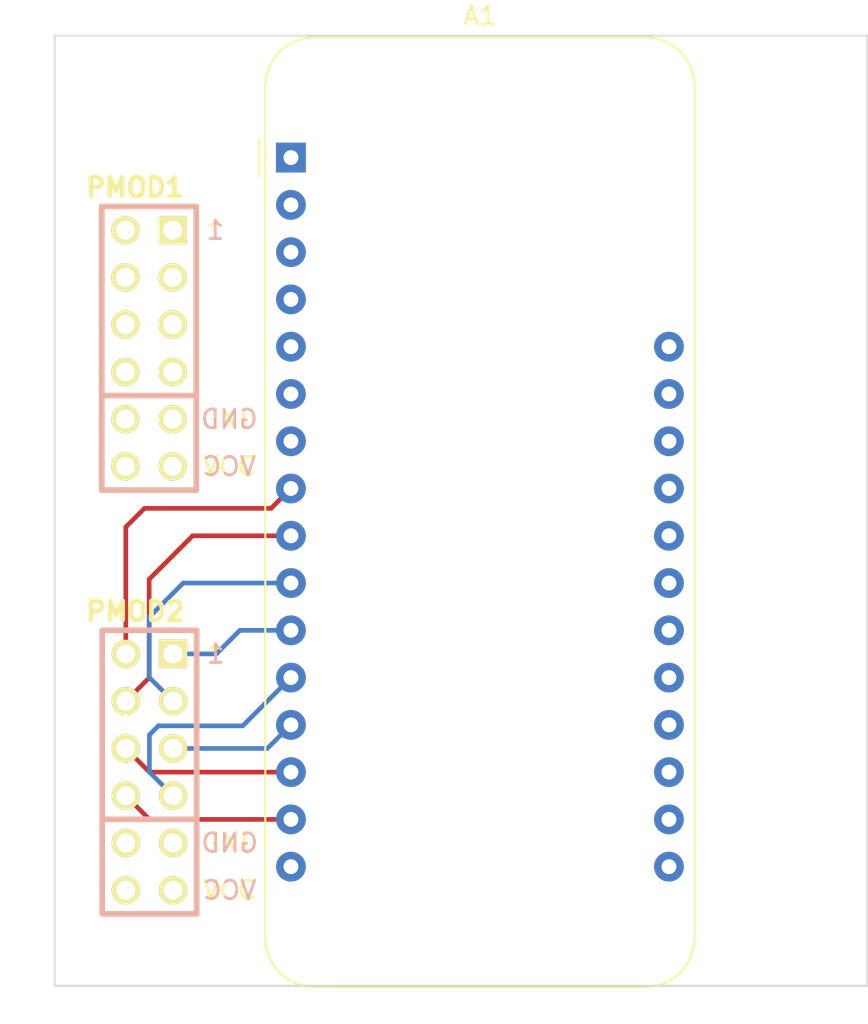
<source format=kicad_pcb>
(kicad_pcb (version 20221018) (generator pcbnew)
  (layers (0 "F.Cu" signal) (31 "B.Cu" signal) (34 "B.Paste" user) (35 "F.Paste" user) (36 "B.SilkS" user "B.Silkscreen") (37 "F.SilkS" user "F.Silkscreen") (38 "B.Mask" user) (39 "F.Mask" user) (44 "Edge.Cuts" user))
  (net 0 "")
  (net 2 "/PROGRAM")
  (net 3 "GND")
  (net 4 "/ENABLE")
  (net 5 "/PR38B")
  (net 6 "/PR38D")
  (net 7 "/PR38C")
  (net 8 "/PR26A")
  (net 9 "/PR26B")
  (net 10 "/PB13A")
  (net 11 "/PB4B")
  (net 12 "/PB4A")
  (net 13 "/PT29B")
  (net 14 "/PT33B")
  (net 15 "/VUSB")
  (net 16 "/VBAT")
  (net 17 "/PB13B")
  (net 18 "/PT29A")
  (net 19 "/PT33A")
  (net 20 "/PT67A")
  (net 21 "/PT32B")
  (net 22 "/PR29D")
  (net 23 "/PR35A")
  (net 24 "/PB6A")
  (net 25 "/PB6B")
  (net 28 "/3V3")
  (net 29 "/PT67B")
  (footprint "pmod-conn_6x2:pmod_pin_array_6x2" (layer "F.Cu") (at 94.5 114.5)
    (fp_text reference "PMOD2" (at -0.762 -8.636) (layer "F.SilkS") (effects (font (size 1.016 1.016) (thickness 0.254))))
    (fp_text value "PMOD-Device-x2-Type-XHS" hide)
    (fp_text user "VCC" (at 4.318 6.35) (layer "B.SilkS") (effects (justify mirror)))
    (fp_text user "1" (at 3.556 -6.35) (layer "B.SilkS") (effects (justify mirror)))
    (fp_text user "GND" (at 4.318 3.81) (layer "B.SilkS") (effects (justify mirror)))
    (fp_text user "VCC" (at 4.318 6.35) (layer "F.SilkS"))
    (fp_text user "1" (at 3.556 -6.35) (layer "F.SilkS"))
    (fp_text user "GND" (at 4.318 3.81) (layer "F.SilkS"))
    (fp_line (start -2.54 -7.62) (end -2.54 7.62) (stroke (width 0.3048)) (layer "B.SilkS"))
    (fp_line (start -2.54 7.62) (end 2.54 7.62) (stroke (width 0.3048)) (layer "B.SilkS"))
    (fp_line (start 2.54 -7.62) (end -2.54 -7.62) (stroke (width 0.3048)) (layer "B.SilkS"))
    (fp_line (start 2.54 2.54) (end -2.54 2.54) (stroke (width 0.3048)) (layer "B.SilkS"))
    (fp_line (start 2.54 7.62) (end 2.54 -7.62) (stroke (width 0.3048)) (layer "B.SilkS"))
    (fp_line (start -2.54 -7.62) (end -2.54 7.62) (stroke (width 0.3048)) (layer "F.SilkS"))
    (fp_line (start -2.54 7.62) (end 2.54 7.62) (stroke (width 0.3048)) (layer "F.SilkS"))
    (fp_line (start 2.54 -7.62) (end -2.54 -7.62) (stroke (width 0.3048)) (layer "F.SilkS"))
    (fp_line (start 2.54 2.54) (end -2.54 2.54) (stroke (width 0.3048)) (layer "F.SilkS"))
    (fp_line (start 2.54 7.62) (end 2.54 -7.62) (stroke (width 0.3048)) (layer "F.SilkS"))
    (pad "1" thru_hole rect (at 1.27 -6.35) (size 1.524 1.524) (drill 1.016) (layers "*.Cu" "*.Mask" "F.SilkS") (net 10 "/PB13A"))
    (pad "2" thru_hole circle (at 1.27 -3.81 270) (size 1.524 1.524) (drill 1.016) (layers "*.Cu" "*.Mask" "F.SilkS") (net 17 "/PB13B"))
    (pad "3" thru_hole circle (at 1.27 -1.27 270) (size 1.524 1.524) (drill 1.016) (layers "*.Cu" "*.Mask" "F.SilkS") (net 12 "/PB4A"))
    (pad "4" thru_hole circle (at 1.27 1.27 270) (size 1.524 1.524) (drill 1.016) (layers "*.Cu" "*.Mask" "F.SilkS") (net 11 "/PB4B"))
    (pad "5" thru_hole circle (at 1.27 3.81 270) (size 1.524 1.524) (drill 1.016) (layers "*.Cu" "*.Mask" "F.SilkS") (net 3 "GND"))
    (pad "6" thru_hole circle (at 1.27 6.35 270) (size 1.524 1.524) (drill 1.016) (layers "*.Cu" "*.Mask" "F.SilkS") (net 28 "/3V3"))
    (pad "7" thru_hole circle (at -1.27 -6.35 270) (size 1.524 1.524) (drill 1.016) (layers "*.Cu" "*.Mask" "F.SilkS") (net 8 "/PR26A"))
    (pad "8" thru_hole circle (at -1.27 -3.81 270) (size 1.524 1.524) (drill 1.016) (layers "*.Cu" "*.Mask" "F.SilkS") (net 9 "/PR26B"))
    (pad "9" thru_hole circle (at -1.27 -1.27 270) (size 1.524 1.524) (drill 1.016) (layers "*.Cu" "*.Mask" "F.SilkS") (net 24 "/PB6A"))
    (pad "10" thru_hole circle (at -1.27 1.27 270) (size 1.524 1.524) (drill 1.016) (layers "*.Cu" "*.Mask" "F.SilkS") (net 25 "/PB6B"))
    (pad "11" thru_hole circle (at -1.27 3.81 270) (size 1.524 1.524) (drill 1.016) (layers "*.Cu" "*.Mask" "F.SilkS") (net 3 "GND"))
    (pad "12" thru_hole circle (at -1.27 6.35 270) (size 1.524 1.524) (drill 1.016) (layers "*.Cu" "*.Mask" "F.SilkS") (net 28 "/3V3"))
  )
  (footprint "pmod-conn_6x2:pmod_pin_array_6x2" (layer "F.Cu") (at 94.48 91.73)
    (fp_text reference "PMOD1" (at -0.762 -8.636) (layer "F.SilkS") (effects (font (size 1.016 1.016) (thickness 0.254))))
    (fp_text value "PMOD-Device-x2-Type-XHS" hide)
    (fp_text user "1" (at 3.556 -6.35) (layer "B.SilkS") (effects (justify mirror)))
    (fp_text user "GND" (at 4.318 3.81) (layer "B.SilkS") (effects (justify mirror)))
    (fp_text user "VCC" (at 4.318 6.35) (layer "B.SilkS") (effects (justify mirror)))
    (fp_text user "GND" (at 4.318 3.81) (layer "F.SilkS"))
    (fp_text user "1" (at 3.556 -6.35) (layer "F.SilkS"))
    (fp_text user "VCC" (at 4.318 6.35) (layer "F.SilkS"))
    (fp_line (start -2.54 -7.62) (end -2.54 7.62) (stroke (width 0.3048)) (layer "B.SilkS"))
    (fp_line (start -2.54 7.62) (end 2.54 7.62) (stroke (width 0.3048)) (layer "B.SilkS"))
    (fp_line (start 2.54 -7.62) (end -2.54 -7.62) (stroke (width 0.3048)) (layer "B.SilkS"))
    (fp_line (start 2.54 2.54) (end -2.54 2.54) (stroke (width 0.3048)) (layer "B.SilkS"))
    (fp_line (start 2.54 7.62) (end 2.54 -7.62) (stroke (width 0.3048)) (layer "B.SilkS"))
    (fp_line (start -2.54 -7.62) (end -2.54 7.62) (stroke (width 0.3048)) (layer "F.SilkS"))
    (fp_line (start -2.54 7.62) (end 2.54 7.62) (stroke (width 0.3048)) (layer "F.SilkS"))
    (fp_line (start 2.54 -7.62) (end -2.54 -7.62) (stroke (width 0.3048)) (layer "F.SilkS"))
    (fp_line (start 2.54 2.54) (end -2.54 2.54) (stroke (width 0.3048)) (layer "F.SilkS"))
    (fp_line (start 2.54 7.62) (end 2.54 -7.62) (stroke (width 0.3048)) (layer "F.SilkS"))
    (pad "1" thru_hole rect (at 1.27 -6.35) (size 1.524 1.524) (drill 1.016) (layers "*.Cu" "*.Mask" "F.SilkS") (net 20 "/PT67A"))
    (pad "2" thru_hole circle (at 1.27 -3.81 270) (size 1.524 1.524) (drill 1.016) (layers "*.Cu" "*.Mask" "F.SilkS") (net 29 "/PT67B"))
    (pad "3" thru_hole circle (at 1.27 -1.27 270) (size 1.524 1.524) (drill 1.016) (layers "*.Cu" "*.Mask" "F.SilkS") (net 18 "/PT29A"))
    (pad "4" thru_hole circle (at 1.27 1.27 270) (size 1.524 1.524) (drill 1.016) (layers "*.Cu" "*.Mask" "F.SilkS") (net 13 "/PT29B"))
    (pad "5" thru_hole circle (at 1.27 3.81 270) (size 1.524 1.524) (drill 1.016) (layers "*.Cu" "*.Mask" "F.SilkS") (net 3 "GND"))
    (pad "6" thru_hole circle (at 1.27 6.35 270) (size 1.524 1.524) (drill 1.016) (layers "*.Cu" "*.Mask" "F.SilkS") (net 28 "/3V3"))
    (pad "7" thru_hole circle (at -1.27 -6.35 270) (size 1.524 1.524) (drill 1.016) (layers "*.Cu" "*.Mask" "F.SilkS") (net 19 "/PT33A"))
    (pad "8" thru_hole circle (at -1.27 -3.81 270) (size 1.524 1.524) (drill 1.016) (layers "*.Cu" "*.Mask" "F.SilkS") (net 14 "/PT33B"))
    (pad "9" thru_hole circle (at -1.27 -1.27 270) (size 1.524 1.524) (drill 1.016) (layers "*.Cu" "*.Mask" "F.SilkS"))
    (pad "10" thru_hole circle (at -1.27 1.27 270) (size 1.524 1.524) (drill 1.016) (layers "*.Cu" "*.Mask" "F.SilkS"))
    (pad "11" thru_hole circle (at -1.27 3.81 270) (size 1.524 1.524) (drill 1.016) (layers "*.Cu" "*.Mask" "F.SilkS") (net 3 "GND"))
    (pad "12" thru_hole circle (at -1.27 6.35 270) (size 1.524 1.524) (drill 1.016) (layers "*.Cu" "*.Mask" "F.SilkS") (net 28 "/3V3"))
  )
  (footprint "Module:Adafruit_Feather" (layer "F.Cu") (at 102.108 81.4832)
    (fp_text reference "A1" (at 10.16 -7.62) (layer "F.SilkS"))
    (fp_text value "Adafruit_Feather_Generic")
    (fp_line (start -1.7 1) (end -1.7 -1) (stroke (width 0.12)) (layer "F.SilkS"))
    (fp_line (start -1.38 -3.81) (end -1.38 41.91) (stroke (width 0.12)) (layer "F.SilkS"))
    (fp_line (start 19.05 -6.46) (end 1.27 -6.46) (stroke (width 0.12)) (layer "F.SilkS"))
    (fp_line (start 19.05 44.56) (end 1.27 44.56) (stroke (width 0.12)) (layer "F.SilkS"))
    (fp_line (start 21.7 -3.81) (end 21.7 41.91) (stroke (width 0.12)) (layer "F.SilkS"))
    (fp_arc (start -1.38 -3.81) (mid -0.603833 -5.683833) (end 1.27 -6.46) (stroke (width 0.12)) (layer "F.SilkS"))
    (fp_arc (start 1.27 44.56) (mid -0.603833 43.783833) (end -1.38 41.91) (stroke (width 0.12)) (layer "F.SilkS"))
    (fp_arc (start 19.05 -6.46) (mid 20.923833 -5.683833) (end 21.7 -3.81) (stroke (width 0.12)) (layer "F.SilkS"))
    (fp_arc (start 21.7 41.91) (mid 20.923833 43.783833) (end 19.05 44.56) (stroke (width 0.12)) (layer "F.SilkS"))
    (pad "1" thru_hole rect (at 0 0 180) (size 1.6 1.6) (drill 0.8) (layers "*.Cu" "*.Mask") (net 2 "/PROGRAM"))
    (pad "2" thru_hole circle (at 0 2.54 180) (size 1.6 1.6) (drill 0.8) (layers "*.Cu" "*.Mask") (net 28 "/3V3"))
    (pad "3" thru_hole circle (at 0 5.08 180) (size 1.6 1.6) (drill 0.8) (layers "*.Cu" "*.Mask"))
    (pad "4" thru_hole circle (at 0 7.62 180) (size 1.6 1.6) (drill 0.8) (layers "*.Cu" "*.Mask") (net 3 "GND"))
    (pad "5" thru_hole circle (at 0 10.16 180) (size 1.6 1.6) (drill 0.8) (layers "*.Cu" "*.Mask") (net 5 "/PR38B"))
    (pad "6" thru_hole circle (at 0 12.7 180) (size 1.6 1.6) (drill 0.8) (layers "*.Cu" "*.Mask") (net 6 "/PR38D"))
    (pad "7" thru_hole circle (at 0 15.24 180) (size 1.6 1.6) (drill 0.8) (layers "*.Cu" "*.Mask") (net 7 "/PR38C"))
    (pad "8" thru_hole circle (at 0 17.78 180) (size 1.6 1.6) (drill 0.8) (layers "*.Cu" "*.Mask") (net 8 "/PR26A"))
    (pad "9" thru_hole circle (at 0 20.32 180) (size 1.6 1.6) (drill 0.8) (layers "*.Cu" "*.Mask") (net 9 "/PR26B"))
    (pad "10" thru_hole circle (at 0 22.86 180) (size 1.6 1.6) (drill 0.8) (layers "*.Cu" "*.Mask") (net 17 "/PB13B"))
    (pad "11" thru_hole circle (at 0 25.4 180) (size 1.6 1.6) (drill 0.8) (layers "*.Cu" "*.Mask") (net 10 "/PB13A"))
    (pad "12" thru_hole circle (at 0 27.94 180) (size 1.6 1.6) (drill 0.8) (layers "*.Cu" "*.Mask") (net 11 "/PB4B"))
    (pad "13" thru_hole circle (at 0 30.48 180) (size 1.6 1.6) (drill 0.8) (layers "*.Cu" "*.Mask") (net 12 "/PB4A"))
    (pad "14" thru_hole circle (at 0 33.02 180) (size 1.6 1.6) (drill 0.8) (layers "*.Cu" "*.Mask") (net 24 "/PB6A"))
    (pad "15" thru_hole circle (at 0 35.56 180) (size 1.6 1.6) (drill 0.8) (layers "*.Cu" "*.Mask") (net 25 "/PB6B"))
    (pad "16" thru_hole circle (at 0 38.1 180) (size 1.6 1.6) (drill 0.8) (layers "*.Cu" "*.Mask") (net 3 "GND"))
    (pad "17" thru_hole circle (at 20.32 38.1 180) (size 1.6 1.6) (drill 0.8) (layers "*.Cu" "*.Mask") (net 13 "/PT29B"))
    (pad "18" thru_hole circle (at 20.32 35.56 180) (size 1.6 1.6) (drill 0.8) (layers "*.Cu" "*.Mask") (net 14 "/PT33B"))
    (pad "19" thru_hole circle (at 20.32 33.02 180) (size 1.6 1.6) (drill 0.8) (layers "*.Cu" "*.Mask") (net 18 "/PT29A"))
    (pad "20" thru_hole circle (at 20.32 30.48 180) (size 1.6 1.6) (drill 0.8) (layers "*.Cu" "*.Mask") (net 19 "/PT33A"))
    (pad "21" thru_hole circle (at 20.32 27.94 180) (size 1.6 1.6) (drill 0.8) (layers "*.Cu" "*.Mask") (net 29 "/PT67B"))
    (pad "22" thru_hole circle (at 20.32 25.4 180) (size 1.6 1.6) (drill 0.8) (layers "*.Cu" "*.Mask") (net 20 "/PT67A"))
    (pad "23" thru_hole circle (at 20.32 22.86 180) (size 1.6 1.6) (drill 0.8) (layers "*.Cu" "*.Mask") (net 21 "/PT32B"))
    (pad "24" thru_hole circle (at 20.32 20.32 180) (size 1.6 1.6) (drill 0.8) (layers "*.Cu" "*.Mask") (net 22 "/PR29D"))
    (pad "25" thru_hole circle (at 20.32 17.78 180) (size 1.6 1.6) (drill 0.8) (layers "*.Cu" "*.Mask") (net 23 "/PR35A"))
    (pad "26" thru_hole circle (at 20.32 15.24 180) (size 1.6 1.6) (drill 0.8) (layers "*.Cu" "*.Mask") (net 15 "/VUSB"))
    (pad "27" thru_hole circle (at 20.32 12.7 180) (size 1.6 1.6) (drill 0.8) (layers "*.Cu" "*.Mask") (net 4 "/ENABLE"))
    (pad "28" thru_hole circle (at 20.32 10.16 180) (size 1.6 1.6) (drill 0.8) (layers "*.Cu" "*.Mask") (net 16 "/VBAT"))
  )
  (gr_line (start 89.408 74.93) (end 133.096 74.93) (stroke (width 0.1)) (layer "Edge.Cuts"))
  (gr_line (start 133.096 125.984) (end 89.408 125.984) (stroke (width 0.1)) (layer "Edge.Cuts"))
  (gr_line (start 133.096 74.93) (end 133.096 125.984) (stroke (width 0.1)) (layer "Edge.Cuts"))
  (gr_line (start 89.408 125.984) (end 89.408 74.93) (stroke (width 0.1)) (layer "Edge.Cuts"))
  (segment (start 94.234 100.33) (end 101.0412 100.33) (width 0.25) (layer "F.Cu") (net 8))
  (segment (start 101.0412 100.33) (end 102.108 99.2632) (width 0.25) (layer "F.Cu") (net 8))
  (segment (start 93.23 108.15) (end 93.23 101.334) (width 0.25) (layer "F.Cu") (net 8))
  (segment (start 93.23 101.334) (end 94.234 100.33) (width 0.25) (layer "F.Cu") (net 8))
  (segment (start 94.488 104.14) (end 96.8248 101.8032) (width 0.25) (layer "F.Cu") (net 9))
  (segment (start 93.23 110.69) (end 94.488 109.432) (width 0.25) (layer "F.Cu") (net 9))
  (segment (start 94.488 109.432) (end 94.488 104.14) (width 0.25) (layer "F.Cu") (net 9))
  (segment (start 96.8248 101.8032) (end 102.108 101.8032) (width 0.25) (layer "F.Cu") (net 9))
  (segment (start 95.77 108.15) (end 98.098 108.15) (width 0.25) (layer "B.Cu") (net 10))
  (segment (start 99.3648 106.8832) (end 102.108 106.8832) (width 0.25) (layer "B.Cu") (net 10))
  (segment (start 98.098 108.15) (end 99.3648 106.8832) (width 0.25) (layer "B.Cu") (net 10))
  (segment (start 95.77 115.77) (end 94.5 114.5) (width 0.25) (layer "B.Cu") (net 11))
  (segment (start 95 112) (end 95.014 112.014) (width 0.25) (layer "B.Cu") (net 11))
  (segment (start 95.014 112.014) (end 99.5172 112.014) (width 0.25) (layer "B.Cu") (net 11))
  (segment (start 94.5 112.5) (end 95 112) (width 0.25) (layer "B.Cu") (net 11))
  (segment (start 94.5 114.5) (end 94.5 112.5) (width 0.25) (layer "B.Cu") (net 11))
  (segment (start 99.5172 112.014) (end 102.108 109.4232) (width 0.25) (layer "B.Cu") (net 11))
  (segment (start 95.77 113.23) (end 100.8412 113.23) (width 0.25) (layer "B.Cu") (net 12))
  (segment (start 100.8412 113.23) (end 102.108 111.9632) (width 0.25) (layer "B.Cu") (net 12))
  (segment (start 94.488 106.172) (end 96.3168 104.3432) (width 0.25) (layer "B.Cu") (net 17))
  (segment (start 96.3168 104.3432) (end 102.108 104.3432) (width 0.25) (layer "B.Cu") (net 17))
  (segment (start 94.488 109.408) (end 94.488 106.172) (width 0.25) (layer "B.Cu") (net 17))
  (segment (start 95.77 110.69) (end 94.488 109.408) (width 0.25) (layer "B.Cu") (net 17))
  (segment (start 94.5032 114.5032) (end 102.108 114.5032) (width 0.25) (layer "F.Cu") (net 24))
  (segment (start 93.23 113.23) (end 94.5032 114.5032) (width 0.25) (layer "F.Cu") (net 24))
  (segment (start 94.5032 117.0432) (end 102.108 117.0432) (width 0.25) (layer "F.Cu") (net 25))
  (segment (start 93.23 115.77) (end 94.5032 117.0432) (width 0.25) (layer "F.Cu") (net 25))
)
</source>
